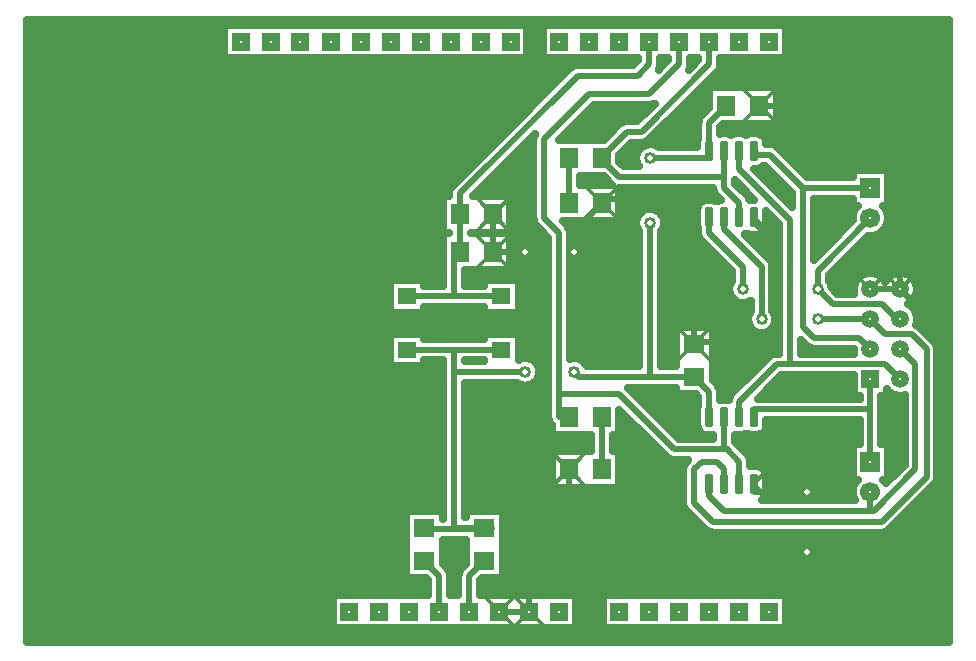
<source format=gbr>
G04 DipTrace 4.2.0.1*
G04 uart_sw_Top.gbr*
%MOIN*%
G04 #@! TF.FileFunction,Copper,L1,Top*
G04 #@! TF.Part,Single*
%AMOUTLINE0*
4,1,28,
-0.00689,0.033268,
0.00689,0.033268,
0.008622,0.03304,
0.010236,0.032371,
0.011622,0.031307,
0.012686,0.029921,
0.013355,0.028307,
0.013583,0.026575,
0.013583,-0.026575,
0.013355,-0.028307,
0.012686,-0.029921,
0.011622,-0.031307,
0.010236,-0.032371,
0.008622,-0.03304,
0.00689,-0.033268,
-0.00689,-0.033268,
-0.008622,-0.03304,
-0.010236,-0.032371,
-0.011622,-0.031307,
-0.012686,-0.029921,
-0.013355,-0.028307,
-0.013583,-0.026575,
-0.013583,0.026575,
-0.013355,0.028307,
-0.012686,0.029921,
-0.011622,0.031307,
-0.010236,0.032371,
-0.008622,0.03304,
-0.00689,0.033268,
0*%
%AMOUTLINE3*
4,1,28,
0.00689,-0.033268,
-0.00689,-0.033268,
-0.008622,-0.03304,
-0.010236,-0.032371,
-0.011622,-0.031307,
-0.012686,-0.029921,
-0.013355,-0.028307,
-0.013583,-0.026575,
-0.013583,0.026575,
-0.013355,0.028307,
-0.012686,0.029921,
-0.011622,0.031307,
-0.010236,0.032371,
-0.008622,0.03304,
-0.00689,0.033268,
0.00689,0.033268,
0.008622,0.03304,
0.010236,0.032371,
0.011622,0.031307,
0.012686,0.029921,
0.013355,0.028307,
0.013583,0.026575,
0.013583,-0.026575,
0.013355,-0.028307,
0.012686,-0.029921,
0.011622,-0.031307,
0.010236,-0.032371,
0.008622,-0.03304,
0.00689,-0.033268,
0*%
%ADD25C,0.019121*%
%ADD26C,0.01*%
G04 #@! TA.AperFunction,Conductor*
%ADD13C,0.02*%
G04 #@! TA.AperFunction,CopperBalancing*
%ADD14C,0.025*%
%ADD15C,0.013*%
G04 #@! TA.AperFunction,ComponentPad*
%ADD16R,0.059055X0.059055*%
%ADD17R,0.062992X0.070866*%
%ADD18R,0.070866X0.062992*%
G04 #@! TA.AperFunction,ComponentPad*
%ADD19C,0.059055*%
%ADD20R,0.066929X0.066929*%
%ADD21C,0.066929*%
%ADD22R,0.062992X0.055118*%
G04 #@! TA.AperFunction,ViaPad*
%ADD24C,0.04*%
%ADD44OUTLINE0*%
%ADD47OUTLINE3*%
%FSLAX26Y26*%
G04*
G70*
G90*
G75*
G01*
G04 Top*
%LPD*%
X1698720Y1582283D2*
D13*
X2013681D1*
X1698720D2*
X1856201D1*
Y1731201D1*
X1876083D1*
Y1856201D1*
Y1926083D1*
X2268701Y2318701D1*
X2468701D1*
X2506201Y2356201D1*
Y2431201D1*
X2756201Y1179331D2*
Y1081201D1*
X2765041Y1072361D1*
X2806201Y1031201D1*
Y958071D1*
X2765041Y1072361D2*
X2590041D1*
X2406201Y1256201D1*
X2206201D1*
Y1181201D1*
X2238583D1*
X2206201D2*
Y1793701D1*
X2156201Y1843701D1*
Y2106201D1*
X2306201Y2256201D1*
X2506201D1*
X2606201Y2356201D1*
Y2431201D1*
X2756201Y2066831D2*
Y1981591D1*
Y1943701D1*
X2806201Y1893701D1*
Y1845571D1*
X2756201Y1981591D2*
X2405811D1*
X2368701Y2018701D1*
Y2043701D1*
X2348819D1*
X2756201Y2066831D2*
Y1981201D1*
X2406201D1*
X2368701Y2018701D1*
Y2068701D1*
X2431201Y2131201D1*
X2481201D1*
X2706201Y2356201D1*
Y2431201D1*
X2006201Y531201D2*
X2106201D1*
X1986319Y1731201D2*
Y1856201D1*
X2106201Y531201D2*
D3*
X3243701Y1606201D2*
X3343701D1*
X2106201Y531201D2*
Y618701D1*
X2143701D1*
X2238583D1*
X3031201D1*
X3468701D1*
Y1481201D1*
X3343701Y1606201D1*
X2856201Y1845571D2*
Y1831201D1*
X2931201Y1756201D1*
Y1473627D1*
X2888774Y1431201D1*
X2656201D1*
X2648819D1*
X2656201Y1423819D1*
X2856201Y958071D2*
Y931201D1*
X3031201D1*
Y731201D2*
Y618701D1*
X2238583Y1006201D2*
Y618701D1*
X2348819Y1893701D2*
Y1906201D1*
X2518701D1*
X2656201Y1768701D1*
Y1431201D1*
X2873819Y2218701D2*
X3343701D1*
Y1606201D1*
X2143701Y618701D2*
Y1731201D1*
X2093701D1*
X1986319D1*
X2256201D2*
Y1801083D1*
X2348819Y1893701D1*
X3243701Y1506201D2*
X3293701Y1456201D1*
X3381201D1*
X3431201Y1406201D1*
Y981201D1*
X3281201Y831201D1*
X2718701D1*
X2656201Y893701D1*
Y1006201D1*
X2681201Y1031201D1*
X2731201D1*
X2756201Y1006201D1*
Y958071D1*
X3243701Y1506201D2*
X3068701D1*
X2881201D2*
Y1681201D1*
X2756201Y1806201D1*
Y1845571D1*
X3343701Y1306201D2*
X3293701Y1356201D1*
X2974950D1*
X2931201D1*
X2806201Y1231201D1*
Y1179331D1*
Y2066831D2*
Y2006201D1*
X2974950Y1837451D1*
Y1356201D1*
X2348819Y1006201D2*
Y1181201D1*
X2238583Y2043701D2*
Y1893701D1*
X1906201Y531201D2*
Y651083D1*
X1956201Y701083D1*
X1806201Y531201D2*
Y651083D1*
X1756201Y701083D1*
X3243701Y1406201D2*
X3206201Y1443701D1*
X3056201D1*
X3018701Y1481201D1*
Y1943701D1*
X2908071Y2054331D1*
X2868701D1*
X2856201Y2066831D1*
X3243699Y1943701D2*
X3018701D1*
X3343701Y1506201D2*
X3331201D1*
X3281201Y1556201D1*
X3118701D1*
X3068701Y1606201D1*
X2818701D2*
Y1681201D1*
X2706201Y1793701D1*
Y1845571D1*
X3068701Y1606201D2*
Y1668699D1*
X3243702Y1843701D1*
X2856201Y1179331D2*
Y1206201D1*
X3243701D1*
Y1306201D1*
X3243699Y1031201D2*
X3243701Y1206201D1*
X3343701Y1406201D2*
X3393701Y1356201D1*
Y1006199D1*
X3256202Y868701D1*
X3243701D1*
X2756201D1*
X2706201Y918701D1*
Y958071D1*
X3243702Y931201D2*
X3243701Y868701D1*
X1756201Y811319D2*
Y806201D1*
X1981201D1*
Y811319D1*
X1956201D1*
X2013681Y1405118D2*
X1698720D1*
X2013681D2*
X1856201D1*
Y1331201D1*
Y811319D1*
X1956201D1*
X2706201Y2066831D2*
Y2161319D1*
X2763583Y2218701D1*
X2706201Y1179331D2*
Y1263583D1*
X2656201Y1313583D1*
X1856201Y1331201D2*
X2093701D1*
X2256201D2*
X2273819Y1313583D1*
X2509112D1*
X2656201D1*
X2509112D2*
Y1828290D1*
Y2043701D2*
X2706201D1*
Y2066831D1*
D24*
X3031201Y931201D3*
Y731201D3*
X2256201Y1731201D3*
X2093701D3*
X3068701Y1506201D3*
X2881201D3*
X3068701Y1606201D3*
X2818701D3*
X2093701Y1331201D3*
X2256201D3*
X2509112Y1828290D3*
Y2043701D3*
X434710Y2480332D2*
D14*
X1086247D1*
X2102158D2*
X2148239D1*
X2964168D2*
X3502706D1*
X434710Y2455463D2*
X1086247D1*
X2102158D2*
X2148239D1*
X2964168D2*
X3502706D1*
X434710Y2430594D2*
X1086247D1*
X2102158D2*
X2148239D1*
X2964168D2*
X3502706D1*
X434710Y2405726D2*
X1086247D1*
X2102158D2*
X2148239D1*
X2964168D2*
X3502706D1*
X434710Y2380857D2*
X1086247D1*
X2102158D2*
X2148239D1*
X2964168D2*
X3502706D1*
X434710Y2355988D2*
X2452663D1*
X2544628D2*
X2552672D1*
X2644637D2*
X2652663D1*
X2744629D2*
X3502706D1*
X434710Y2331119D2*
X2227795D1*
X2734438D2*
X3502706D1*
X434710Y2306251D2*
X2202927D1*
X2709570D2*
X3502706D1*
X434710Y2281382D2*
X2178059D1*
X2684702D2*
X3502706D1*
X434710Y2256513D2*
X2153191D1*
X2659834D2*
X2703655D1*
X2933756D2*
X3502706D1*
X434710Y2231644D2*
X2128324D1*
X2634967D2*
X2703655D1*
X2933756D2*
X3502706D1*
X434710Y2206776D2*
X2103456D1*
X2310089D2*
X2503457D1*
X2610099D2*
X2698344D1*
X2933756D2*
X3502706D1*
X434710Y2181907D2*
X2078588D1*
X2285221D2*
X2478589D1*
X2585231D2*
X2674248D1*
X2933756D2*
X3502706D1*
X434710Y2157038D2*
X2053720D1*
X2260354D2*
X2403735D1*
X2560363D2*
X2667771D1*
X2755232D2*
X3502706D1*
X434710Y2132169D2*
X2028853D1*
X2235486D2*
X2378849D1*
X2535496D2*
X2667771D1*
X2744629D2*
X3502706D1*
X434710Y2107301D2*
X2003985D1*
X2210618D2*
X2353981D1*
X2510610D2*
X2667286D1*
X2895109D2*
X3502706D1*
X434710Y2082432D2*
X1979117D1*
X2085741D2*
X2117774D1*
X2435756D2*
X2481926D1*
X2536303D2*
X2664182D1*
X2932967D2*
X3502706D1*
X434710Y2057563D2*
X1954249D1*
X2060873D2*
X2117774D1*
X2410888D2*
X2462818D1*
X2958158D2*
X3502706D1*
X434710Y2032694D2*
X1929382D1*
X2036006D2*
X2117774D1*
X2408753D2*
X2462011D1*
X2983025D2*
X3502706D1*
X434710Y2007825D2*
X1904514D1*
X2011138D2*
X2117774D1*
X2869165D2*
X2901251D1*
X3007893D2*
X3502706D1*
X434710Y1982957D2*
X1879646D1*
X1986270D2*
X2117774D1*
X2882765D2*
X2926119D1*
X3032761D2*
X3181794D1*
X3305588D2*
X3502706D1*
X434710Y1958088D2*
X1854778D1*
X1961402D2*
X2117774D1*
X2277022D2*
X2375996D1*
X2907633D2*
X2951004D1*
X3305588D2*
X3502706D1*
X434710Y1933219D2*
X1838361D1*
X1936535D2*
X2117774D1*
X2408753D2*
X2719336D1*
X2932500D2*
X2975872D1*
X3305588D2*
X3502706D1*
X434710Y1908350D2*
X1816149D1*
X2046251D2*
X2117774D1*
X2408753D2*
X2738229D1*
X2841516D2*
X2850726D1*
X2957368D2*
X2980268D1*
X3305588D2*
X3502706D1*
X434710Y1883482D2*
X1816149D1*
X2046251D2*
X2117774D1*
X2408753D2*
X2666210D1*
X3057126D2*
X3197098D1*
X3290319D2*
X3502706D1*
X434710Y1858613D2*
X1816149D1*
X2046251D2*
X2117774D1*
X2408753D2*
X2472112D1*
X2546117D2*
X2664182D1*
X3057126D2*
X3183713D1*
X3303704D2*
X3502706D1*
X434710Y1833744D2*
X1816149D1*
X2046251D2*
X2119173D1*
X2408753D2*
X2461006D1*
X2557223D2*
X2664182D1*
X2898213D2*
X2925347D1*
X3057126D2*
X3180430D1*
X3304763D2*
X3502706D1*
X434710Y1808875D2*
X1816149D1*
X2046251D2*
X2137707D1*
X2241281D2*
X2464989D1*
X2553240D2*
X2665797D1*
X2896616D2*
X2936525D1*
X3057126D2*
X3155562D1*
X3294321D2*
X3502706D1*
X434710Y1784007D2*
X1816149D1*
X2046251D2*
X2162575D1*
X2244636D2*
X2470677D1*
X2547553D2*
X2669098D1*
X2831720D2*
X2936525D1*
X3057126D2*
X3130695D1*
X3237319D2*
X3502706D1*
X434710Y1759138D2*
X1816149D1*
X2046251D2*
X2167760D1*
X2244636D2*
X2470677D1*
X2547553D2*
X2687453D1*
X2856587D2*
X2936525D1*
X3057126D2*
X3105827D1*
X3212451D2*
X3502706D1*
X434710Y1734269D2*
X1816149D1*
X2046251D2*
X2167760D1*
X2244636D2*
X2470677D1*
X2547553D2*
X2712321D1*
X2881455D2*
X2936525D1*
X3057126D2*
X3080959D1*
X3187583D2*
X3502706D1*
X434710Y1709400D2*
X1816149D1*
X2046251D2*
X2167760D1*
X2244636D2*
X2470677D1*
X2547553D2*
X2737189D1*
X2906323D2*
X2936525D1*
X3162715D2*
X3502706D1*
X434710Y1684531D2*
X1816149D1*
X2046251D2*
X2167760D1*
X2244636D2*
X2470677D1*
X2547553D2*
X2762056D1*
X2919474D2*
X2936525D1*
X3137848D2*
X3502706D1*
X434710Y1659663D2*
X1817764D1*
X1894640D2*
X2167760D1*
X2244636D2*
X2470677D1*
X2547553D2*
X2780268D1*
X2919636D2*
X2936525D1*
X3112980D2*
X3226451D1*
X3260948D2*
X3326443D1*
X3360958D2*
X3502706D1*
X434710Y1634794D2*
X1638792D1*
X1758657D2*
X1817764D1*
X1894640D2*
X1953747D1*
X2073612D2*
X2167760D1*
X2244636D2*
X2470677D1*
X2547553D2*
X2780250D1*
X2919636D2*
X2936525D1*
X3107149D2*
X3193671D1*
X3393720D2*
X3502706D1*
X434710Y1609925D2*
X1638792D1*
X2073612D2*
X2167760D1*
X2244636D2*
X2470677D1*
X2547553D2*
X2770417D1*
X2919636D2*
X2936525D1*
X3118291D2*
X3185866D1*
X3401543D2*
X3502706D1*
X434710Y1585056D2*
X1638792D1*
X2073612D2*
X2167760D1*
X2244636D2*
X2470677D1*
X2547553D2*
X2775423D1*
X2919636D2*
X2936525D1*
X3397470D2*
X3502706D1*
X434710Y1560188D2*
X1638792D1*
X2073612D2*
X2167760D1*
X2244636D2*
X2470677D1*
X2547553D2*
X2842760D1*
X2919636D2*
X2936525D1*
X3377159D2*
X3502706D1*
X434710Y1535319D2*
X1638792D1*
X1758657D2*
X1953747D1*
X2073612D2*
X2167760D1*
X2244636D2*
X2470677D1*
X2547553D2*
X2842760D1*
X2919636D2*
X2936525D1*
X3393397D2*
X3502706D1*
X434710Y1510450D2*
X2167760D1*
X2244636D2*
X2470677D1*
X2547553D2*
X2832963D1*
X3401507D2*
X3502706D1*
X434710Y1485581D2*
X2167760D1*
X2244636D2*
X2470677D1*
X2547553D2*
X2837664D1*
X2924749D2*
X2936525D1*
X3404395D2*
X3502706D1*
X434710Y1460713D2*
X2167760D1*
X2244636D2*
X2470677D1*
X2547553D2*
X2592342D1*
X2720066D2*
X2872328D1*
X2890085D2*
X2936525D1*
X3429999D2*
X3502706D1*
X434710Y1435844D2*
X1638792D1*
X2073612D2*
X2167760D1*
X2244636D2*
X2470677D1*
X2547553D2*
X2592342D1*
X2720066D2*
X2936525D1*
X3454866D2*
X3502706D1*
X434710Y1410975D2*
X1638792D1*
X2073612D2*
X2167760D1*
X2244636D2*
X2470677D1*
X2547553D2*
X2592342D1*
X2720066D2*
X2936525D1*
X3013383D2*
X3038867D1*
X3469310D2*
X3502706D1*
X434710Y1386106D2*
X1638792D1*
X2073612D2*
X2167760D1*
X2244636D2*
X2470677D1*
X2547553D2*
X2592342D1*
X2720066D2*
X2908787D1*
X3469633D2*
X3502706D1*
X434710Y1361238D2*
X1638792D1*
X1758657D2*
X1817764D1*
X2130955D2*
X2167760D1*
X2293457D2*
X2470677D1*
X2547553D2*
X2592342D1*
X2720066D2*
X2882914D1*
X3469633D2*
X3502706D1*
X434710Y1336369D2*
X1817764D1*
X2141846D2*
X2167760D1*
X2720066D2*
X2858046D1*
X3469633D2*
X3502706D1*
X434710Y1311500D2*
X1817764D1*
X2137701D2*
X2167760D1*
X2720066D2*
X2833179D1*
X2939821D2*
X3185741D1*
X3469633D2*
X3502706D1*
X434710Y1286631D2*
X1817764D1*
X1894640D2*
X2080095D1*
X2107308D2*
X2167760D1*
X2736268D2*
X2808311D1*
X2914953D2*
X3185741D1*
X3469633D2*
X3502706D1*
X434710Y1261762D2*
X1817764D1*
X1894640D2*
X2167760D1*
X2453949D2*
X2592342D1*
X2744629D2*
X2783443D1*
X2890085D2*
X3185741D1*
X3469633D2*
X3502706D1*
X434710Y1236894D2*
X1817764D1*
X1894640D2*
X2167760D1*
X2478817D2*
X2667771D1*
X3282138D2*
X3355276D1*
X3469633D2*
X3502706D1*
X434710Y1212025D2*
X1817764D1*
X1894640D2*
X2167760D1*
X2503702D2*
X2664756D1*
X3282138D2*
X3355276D1*
X3469633D2*
X3502706D1*
X434710Y1187156D2*
X1817764D1*
X1894640D2*
X2167760D1*
X2408753D2*
X2421928D1*
X2528570D2*
X2664182D1*
X3282138D2*
X3355276D1*
X3469633D2*
X3502706D1*
X434710Y1162287D2*
X1817764D1*
X1894640D2*
X2173143D1*
X2408753D2*
X2446796D1*
X2553438D2*
X2664182D1*
X2898213D2*
X3205262D1*
X3282138D2*
X3355276D1*
X3469633D2*
X3502706D1*
X434710Y1137419D2*
X1817764D1*
X1894640D2*
X2178651D1*
X2408753D2*
X2471663D1*
X2578305D2*
X2668022D1*
X2894391D2*
X3205262D1*
X3282138D2*
X3355276D1*
X3469633D2*
X3502706D1*
X434710Y1112550D2*
X1817764D1*
X1894640D2*
X2310382D1*
X2387258D2*
X2496531D1*
X2603173D2*
X2717775D1*
X2794633D2*
X3205262D1*
X3282138D2*
X3355276D1*
X3469633D2*
X3502706D1*
X434710Y1087681D2*
X1817764D1*
X1894640D2*
X2310382D1*
X2387258D2*
X2521399D1*
X2803030D2*
X3181794D1*
X3305606D2*
X3355276D1*
X3469633D2*
X3502706D1*
X434710Y1062812D2*
X1817764D1*
X1894640D2*
X2178651D1*
X2408753D2*
X2546267D1*
X2827898D2*
X3181794D1*
X3305606D2*
X3355276D1*
X3469633D2*
X3502706D1*
X434710Y1037944D2*
X1817764D1*
X1894640D2*
X2178651D1*
X2408753D2*
X2577217D1*
X2843992D2*
X3181794D1*
X3305606D2*
X3355276D1*
X3469633D2*
X3502706D1*
X434710Y1013075D2*
X1817764D1*
X1894640D2*
X2178651D1*
X2408753D2*
X2618430D1*
X2881599D2*
X3181794D1*
X3305606D2*
X3347256D1*
X3469633D2*
X3502706D1*
X434710Y988206D2*
X1817764D1*
X1894640D2*
X2178651D1*
X2408753D2*
X2617766D1*
X2898016D2*
X3181794D1*
X3305606D2*
X3322388D1*
X3469633D2*
X3502706D1*
X434710Y963337D2*
X1817764D1*
X1894640D2*
X2178651D1*
X2408753D2*
X2617766D1*
X2898213D2*
X3191249D1*
X3464878D2*
X3502706D1*
X434710Y938469D2*
X1817764D1*
X1894640D2*
X2617766D1*
X2898213D2*
X3182242D1*
X3441787D2*
X3502706D1*
X434710Y913600D2*
X1817764D1*
X1894640D2*
X2617766D1*
X2892866D2*
X3184467D1*
X3416919D2*
X3502706D1*
X434710Y888731D2*
X1817764D1*
X1894640D2*
X2618107D1*
X3392051D2*
X3502706D1*
X434710Y863862D2*
X1692331D1*
X2020073D2*
X2632730D1*
X3367183D2*
X3502706D1*
X434710Y838993D2*
X1692331D1*
X2020073D2*
X2657597D1*
X3342316D2*
X3502706D1*
X434710Y814125D2*
X1692331D1*
X2020073D2*
X2682465D1*
X3317448D2*
X3502706D1*
X434710Y789256D2*
X1692331D1*
X2020073D2*
X3502706D1*
X434710Y764387D2*
X1692331D1*
X1820073D2*
X1892331D1*
X2020073D2*
X3502706D1*
X434710Y739518D2*
X1692331D1*
X1820073D2*
X1892331D1*
X2020073D2*
X3502706D1*
X434710Y714650D2*
X1692331D1*
X1820073D2*
X1892331D1*
X2020073D2*
X3502706D1*
X434710Y689781D2*
X1692331D1*
X1820826D2*
X1891578D1*
X2020073D2*
X3502706D1*
X434710Y664912D2*
X1692331D1*
X1841872D2*
X1870532D1*
X2020073D2*
X3502706D1*
X434710Y640043D2*
X1763920D1*
X1844635D2*
X1867769D1*
X1948484D2*
X3502706D1*
X434710Y615175D2*
X1767759D1*
X1844635D2*
X1867769D1*
X1944627D2*
X3502706D1*
X434710Y590306D2*
X1767759D1*
X1844635D2*
X1867769D1*
X1944627D2*
X3502706D1*
X434710Y565437D2*
X1448247D1*
X2264157D2*
X2348240D1*
X2964168D2*
X3502706D1*
X434710Y540568D2*
X1448247D1*
X2264157D2*
X2348240D1*
X2964168D2*
X3502706D1*
X434710Y515699D2*
X1448247D1*
X2264157D2*
X2348240D1*
X2964168D2*
X3502706D1*
X434710Y490831D2*
X1448247D1*
X2264157D2*
X2348240D1*
X2964168D2*
X3502706D1*
X434710Y465962D2*
X3502706D1*
X434710Y441093D2*
X3502706D1*
X1820267Y1331140D2*
X1820269Y842134D1*
X1817567Y842131D1*
Y868748D1*
X1694835D1*
Y643653D1*
X1762813D1*
X1770267Y636194D1*
X1770270Y586662D1*
X1450740D1*
Y475740D1*
X2049413D1*
X2261662D1*
Y586662D1*
X1942134Y586657D1*
X1942139Y636203D1*
X1949594Y643653D1*
X2017567D1*
Y868748D1*
X1894835D1*
X1894840Y847252D1*
X1892134Y847247D1*
X1892128Y1295267D1*
X2065188Y1295270D1*
X2065683Y1294802D1*
X2073583Y1289907D1*
X2082307Y1286703D1*
X2091498Y1285320D1*
X2100778Y1285816D1*
X2109769Y1288170D1*
X2118103Y1292285D1*
X2125437Y1297994D1*
X2131472Y1305062D1*
X2135960Y1313200D1*
X2138719Y1322076D1*
X2139634Y1331324D1*
X2138669Y1340568D1*
X2135863Y1349428D1*
X2131330Y1357542D1*
X2125258Y1364578D1*
X2117893Y1370247D1*
X2109538Y1374318D1*
X2100534Y1376623D1*
X2091251Y1377069D1*
X2082068Y1375637D1*
X2073361Y1372385D1*
X2071111Y1371187D1*
Y1458610D1*
X1956252D1*
X1956248Y1441052D1*
X1756150Y1441054D1*
Y1458610D1*
X1641291D1*
Y1351625D1*
X1756150D1*
X1756144Y1369185D1*
X1820267Y1369193D1*
Y1331264D1*
X2859926Y586662D2*
X2961662D1*
Y475740D1*
X2350740D1*
Y586662D1*
X2859926D1*
X1997926Y2486661D2*
X2099662D1*
Y2375740D1*
X1088740D1*
Y2486662D1*
X1997926Y2486661D1*
X2670274Y2375740D2*
X2642132D1*
X2642134Y2356201D1*
X2640966Y2347114D1*
X2637538Y2338617D1*
X2637427Y2338244D1*
X2670267Y2371085D1*
Y2375740D1*
X2570274D2*
X2542132D1*
X2542134Y2356201D1*
X2540966Y2347114D1*
X2537538Y2338617D1*
X2539008Y2339825D1*
X2570262Y2371080D1*
X2570267Y2375740D1*
X2296012Y1982337D2*
X2274509Y1982334D1*
X2274516Y1955067D1*
X2300576D1*
X2381540D1*
X2380402Y1956182D1*
X2354254Y1982330D1*
X2296021Y1982334D1*
X2506174Y2220267D2*
X2321090Y2220273D1*
X2205887Y2105067D1*
X2354250D1*
X2405779Y2156597D1*
X2411355Y2161157D1*
X2419576Y2165202D1*
X2428551Y2167036D1*
X2431201Y2167134D1*
X2466313D1*
X2524366Y2225198D1*
X2522750Y2224305D1*
X2521098Y2223501D1*
X2519408Y2222782D1*
X2517682Y2222151D1*
X2515927Y2221609D1*
X2514138Y2221156D1*
X2506174Y2220267D1*
X3299162Y1273144D2*
Y1250740D1*
X3279632D1*
X3279633Y1090596D1*
X3303098Y1090599D1*
Y971803D1*
X3287049D1*
X3292333Y965305D1*
X3295923Y959247D1*
X3357766Y1021082D1*
X3357767Y1252560D1*
X3357300Y1252433D1*
X3348265Y1250928D1*
X3339105Y1250931D1*
X3330070Y1252441D1*
X3321408Y1255418D1*
X3313353Y1259780D1*
X3306126Y1265408D1*
X3299924Y1272149D1*
X3299166Y1273310D1*
X2975009Y1320267D2*
X3188240Y1320274D1*
Y1250740D1*
X3207767Y1250737D1*
X3207771Y1242134D1*
X2867951D1*
X2946083Y1320267D1*
X2974900D1*
X3190246Y1392136D2*
X3188994Y1397088D1*
X3188240Y1406217D1*
X3188368Y1407759D1*
X3141708Y1407767D1*
X3056201D1*
X3047114Y1408935D1*
X3038618Y1412363D1*
X3031260Y1417834D1*
X3010885Y1438200D1*
X3010884Y1392141D1*
X3084854Y1392134D1*
X3190058D1*
X3200352Y1884303D2*
X3184301D1*
Y1907762D1*
X3054625Y1907767D1*
X3054634Y1870146D1*
Y1705447D1*
X3184855Y1835671D1*
X3184472Y1839238D1*
X3184485Y1848331D1*
X3185886Y1857316D1*
X3188642Y1865983D1*
X3192689Y1874126D1*
X3197931Y1881557D1*
X3200577Y1884298D1*
X1956252Y1367134D2*
Y1369183D1*
X1892139Y1369185D1*
X1892134Y1367126D1*
X1938826Y1367134D1*
X1956257D1*
X2836594Y1122712D2*
X2845460Y1120359D1*
X2849331Y1120130D1*
X2863057D1*
X2868385Y1120562D1*
X2877121Y1123301D1*
X2884753Y1128359D1*
X2890679Y1135339D1*
X2894432Y1143690D1*
X2895717Y1152756D1*
X2895719Y1170267D1*
X3207767Y1170273D1*
X3207761Y1090599D1*
X3184302D1*
Y971803D1*
X3200576Y971798D1*
X3197930Y969057D1*
X3192688Y961626D1*
X3188641Y953482D1*
X3185885Y944816D1*
X3184485Y935831D1*
X3184472Y926737D1*
X3185847Y917748D1*
X3188579Y909075D1*
X3190767Y904639D1*
X3013260Y904634D1*
X2884651D1*
X2881715Y904708D1*
X2884144Y906571D1*
X2886387Y908654D1*
X2888425Y910938D1*
X2890240Y913402D1*
X2891816Y916026D1*
X2893140Y918787D1*
X2894199Y921659D1*
X2894984Y924617D1*
X2895488Y927636D1*
X2895707Y930693D1*
X2895717Y938823D1*
Y984646D1*
X2895581Y987622D1*
X2895159Y990653D1*
X2894455Y993632D1*
X2893475Y996532D1*
X2892227Y999327D1*
X2890723Y1001993D1*
X2888976Y1004506D1*
X2887000Y1006845D1*
X2884815Y1008988D1*
X2882438Y1010917D1*
X2879891Y1012614D1*
X2877196Y1014066D1*
X2874376Y1015258D1*
X2871458Y1016181D1*
X2868466Y1016826D1*
X2865423Y1017188D1*
X2863069Y1017272D1*
X2849348D1*
X2847057Y1017194D1*
X2844014Y1016839D1*
X2842134Y1016471D1*
Y1031201D1*
X2841579Y1037494D1*
X2838837Y1046236D1*
X2833968Y1054006D1*
X2831593Y1056625D1*
X2792134Y1096092D1*
Y1120924D1*
X2799331Y1120130D1*
X2813057D1*
X2818385Y1120562D1*
X2827129Y1123306D1*
X2836594Y1122712D1*
X2725808Y1902190D2*
X2716941Y1904543D1*
X2713070Y1904772D1*
X2699345D1*
X2694017Y1904340D1*
X2685280Y1901601D1*
X2677648Y1896542D1*
X2671723Y1889563D1*
X2667969Y1881211D1*
X2666685Y1872146D1*
Y1818996D1*
X2667427Y1812080D1*
X2670267Y1804131D1*
Y1793701D1*
X2670365Y1791051D1*
X2672200Y1782075D1*
X2676251Y1773849D1*
X2680808Y1768276D1*
X2782767Y1666325D1*
X2782771Y1634586D1*
X2778479Y1628384D1*
X2774837Y1619834D1*
X2772991Y1610725D1*
X2773016Y1601431D1*
X2774911Y1592332D1*
X2778599Y1583801D1*
X2783929Y1576187D1*
X2790683Y1569802D1*
X2798583Y1564907D1*
X2807307Y1561703D1*
X2816498Y1560320D1*
X2825778Y1560816D1*
X2834769Y1563170D1*
X2843103Y1567285D1*
X2845267Y1568732D1*
X2845271Y1534586D1*
X2840979Y1528384D1*
X2837337Y1519834D1*
X2835491Y1510725D1*
X2835516Y1501431D1*
X2837411Y1492332D1*
X2841099Y1483801D1*
X2846429Y1476187D1*
X2853183Y1469802D1*
X2861083Y1464907D1*
X2869807Y1461703D1*
X2878998Y1460320D1*
X2888278Y1460816D1*
X2897269Y1463170D1*
X2905603Y1467285D1*
X2912937Y1472994D1*
X2918972Y1480062D1*
X2923460Y1488200D1*
X2926219Y1497076D1*
X2927134Y1506324D1*
X2926169Y1515568D1*
X2923363Y1524428D1*
X2918830Y1532542D1*
X2917134Y1534808D1*
X2917128Y1681864D1*
X2915793Y1690927D1*
X2912209Y1699358D1*
X2906610Y1706610D1*
X2826834Y1786385D1*
X2826953Y1789463D1*
X2831217Y1791847D1*
X2833841Y1790270D1*
X2836601Y1788947D1*
X2839473Y1787888D1*
X2842432Y1787103D1*
X2845451Y1786599D1*
X2848507Y1786380D1*
X2856584Y1786370D1*
X2863091D1*
X2864539Y1786402D1*
X2867587Y1786681D1*
X2870596Y1787245D1*
X2873538Y1788088D1*
X2876389Y1789203D1*
X2879122Y1790580D1*
X2881715Y1792208D1*
X2884143Y1794071D1*
X2886387Y1796154D1*
X2888425Y1798438D1*
X2890240Y1800902D1*
X2891816Y1803526D1*
X2893139Y1806286D1*
X2894198Y1809158D1*
X2894983Y1812117D1*
X2895488Y1815136D1*
X2895707Y1818192D1*
X2895717Y1826323D1*
X2895722Y1865862D1*
X2939017Y1822575D1*
X2939022Y1392134D1*
X2930538Y1392128D1*
X2921474Y1390793D1*
X2913043Y1387209D1*
X2905792Y1381610D1*
X2780328Y1256136D1*
X2774863Y1248783D1*
X2771435Y1240287D1*
X2770558Y1237665D1*
X2763070Y1238532D1*
X2749311D1*
X2744209Y1238130D1*
X2742134Y1237727D1*
X2742128Y1264246D1*
X2740793Y1273309D1*
X2737209Y1281740D1*
X2731610Y1288991D1*
X2717567Y1303038D1*
Y1481248D1*
X2594835D1*
X2594837Y1349516D1*
X2545045Y1349509D1*
X2545050Y1800005D1*
X2546882Y1802151D1*
X2551371Y1810290D1*
X2554129Y1819165D1*
X2555045Y1828414D1*
X2554080Y1837657D1*
X2551273Y1846518D1*
X2546741Y1854632D1*
X2540668Y1861667D1*
X2533304Y1867336D1*
X2524948Y1871407D1*
X2515945Y1873712D1*
X2506662Y1874158D1*
X2497479Y1872726D1*
X2488772Y1869475D1*
X2480898Y1864537D1*
X2474179Y1858116D1*
X2468890Y1850473D1*
X2465248Y1841923D1*
X2463402Y1832814D1*
X2463427Y1823520D1*
X2465322Y1814421D1*
X2469010Y1805891D1*
X2473178Y1799684D1*
X2473171Y1349516D1*
X2298314D1*
X2293830Y1357542D1*
X2287758Y1364578D1*
X2280393Y1370247D1*
X2272038Y1374318D1*
X2263034Y1376623D1*
X2253751Y1377069D1*
X2244568Y1375637D1*
X2242134Y1374923D1*
X2242128Y1794364D1*
X2240793Y1803427D1*
X2237209Y1811859D1*
X2231610Y1819110D1*
X2218386Y1832334D1*
X2406248D1*
X2406249Y1945267D1*
X2720267Y1945272D1*
X2720273Y1943038D1*
X2721609Y1933974D1*
X2725193Y1925543D1*
X2730792Y1918292D1*
X2742063Y1907021D1*
X2744017Y1904340D1*
X2735273Y1901596D1*
X2725808Y1902190D1*
X2841020Y1903701D2*
X2844017Y1904340D1*
X2847060Y1904694D1*
X2849348Y1904772D1*
X2856814D1*
X2792133Y1969451D1*
X2792134Y1958581D1*
X2831596Y1919124D1*
X2833975Y1916501D1*
X2838840Y1908728D1*
X2841020Y1903701D1*
X2863057Y2007630D2*
X2855589D1*
X2982763Y1880456D1*
X2982767Y1928821D1*
X2893193Y2018392D1*
X2887311Y2018397D1*
X2884753Y2015859D1*
X2877121Y2010801D1*
X2868376Y2008062D1*
X2863057Y2007630D1*
X2691844Y1120997D2*
X2683305Y1124325D1*
X2676036Y1129892D1*
X2670599Y1137260D1*
X2667424Y1145848D1*
X2666685Y1152756D1*
Y1205883D1*
X2666914Y1209765D1*
X2669266Y1218623D1*
X2670267Y1224501D1*
Y1248696D1*
X2662817Y1256153D1*
X2594835D1*
Y1277657D1*
X2509085Y1277649D1*
X2435566Y1277653D1*
X2604918Y1108294D1*
X2720267Y1108298D1*
Y1120929D1*
X2718193Y1120531D1*
X2713091Y1120130D1*
X2706201D1*
X2870558Y2125164D2*
X2879097Y2121836D1*
X2886366Y2116269D1*
X2891802Y2108901D1*
X2894977Y2100313D1*
X2895717Y2093406D1*
Y2090265D1*
X2908071Y2090264D1*
X2917157Y2089096D1*
X2925653Y2085669D1*
X2933012Y2080197D1*
X3033579Y1979640D1*
X3184307Y1979634D1*
X3184301Y2003099D1*
X3303097D1*
Y1884303D1*
X3287048D1*
X3292334Y1877805D1*
X3296970Y1869982D1*
X3300357Y1861543D1*
X3302417Y1852685D1*
X3303100Y1843701D1*
X3302391Y1834551D1*
X3300307Y1825700D1*
X3296896Y1817270D1*
X3292238Y1809460D1*
X3286442Y1802452D1*
X3279644Y1796412D1*
X3272004Y1791479D1*
X3263701Y1787771D1*
X3254929Y1785374D1*
X3245894Y1784343D1*
X3236807Y1784705D1*
X3235735Y1784914D1*
X3104635Y1653816D1*
X3104634Y1634808D1*
X3106330Y1632542D1*
X3110863Y1624428D1*
X3113669Y1615568D1*
X3114079Y1611641D1*
X3133580Y1592139D1*
X3190073Y1592136D1*
X3189581Y1594078D1*
X3188995Y1597078D1*
X3188576Y1600105D1*
X3188324Y1603151D1*
X3188240Y1606206D1*
X3188324Y1609261D1*
X3188577Y1612307D1*
X3188997Y1615335D1*
X3189583Y1618334D1*
X3190334Y1621297D1*
X3191247Y1624214D1*
X3192319Y1627076D1*
X3193547Y1629875D1*
X3194927Y1632602D1*
X3196455Y1635249D1*
X3198127Y1637807D1*
X3199938Y1640270D1*
X3201881Y1642629D1*
X3203951Y1644877D1*
X3206142Y1647008D1*
X3208447Y1649015D1*
X3210859Y1650892D1*
X3213371Y1652634D1*
X3215975Y1654234D1*
X3218663Y1655688D1*
X3221427Y1656993D1*
X3224259Y1658142D1*
X3227150Y1659135D1*
X3230091Y1659966D1*
X3233074Y1660634D1*
X3236088Y1661137D1*
X3239126Y1661473D1*
X3242178Y1661641D1*
X3245234Y1661640D1*
X3248286Y1661472D1*
X3251324Y1661135D1*
X3254338Y1660632D1*
X3257321Y1659963D1*
X3260262Y1659131D1*
X3263152Y1658139D1*
X3265984Y1656988D1*
X3268748Y1655684D1*
X3271436Y1654229D1*
X3274040Y1652628D1*
X3276551Y1650886D1*
X3278963Y1649009D1*
X3281267Y1647001D1*
X3283458Y1644870D1*
X3285528Y1642621D1*
X3287471Y1640261D1*
X3289280Y1637798D1*
X3290952Y1635240D1*
X3292480Y1632593D1*
X3293696Y1630188D1*
X3294927Y1632602D1*
X3296455Y1635249D1*
X3298127Y1637807D1*
X3299938Y1640270D1*
X3301881Y1642629D1*
X3303951Y1644877D1*
X3306142Y1647008D1*
X3308447Y1649015D1*
X3310859Y1650892D1*
X3313371Y1652634D1*
X3315975Y1654234D1*
X3318663Y1655688D1*
X3321427Y1656993D1*
X3324259Y1658142D1*
X3327150Y1659135D1*
X3330091Y1659966D1*
X3333074Y1660634D1*
X3336088Y1661137D1*
X3339126Y1661473D1*
X3342178Y1661641D1*
X3345234Y1661640D1*
X3348286Y1661472D1*
X3351324Y1661135D1*
X3354338Y1660632D1*
X3357321Y1659963D1*
X3360262Y1659131D1*
X3363152Y1658139D1*
X3365984Y1656988D1*
X3368748Y1655684D1*
X3371436Y1654229D1*
X3374040Y1652628D1*
X3376551Y1650886D1*
X3378963Y1649009D1*
X3381267Y1647001D1*
X3383458Y1644870D1*
X3385528Y1642621D1*
X3387471Y1640261D1*
X3389280Y1637798D1*
X3390952Y1635240D1*
X3392480Y1632593D1*
X3393860Y1629865D1*
X3395087Y1627066D1*
X3396158Y1624204D1*
X3397070Y1621287D1*
X3397820Y1618324D1*
X3398406Y1615324D1*
X3398826Y1612297D1*
X3399078Y1609251D1*
X3399162Y1606201D1*
X3399077Y1603140D1*
X3398824Y1600094D1*
X3398404Y1597067D1*
X3397818Y1594067D1*
X3397068Y1591105D1*
X3396155Y1588188D1*
X3395083Y1585325D1*
X3393855Y1582527D1*
X3392475Y1579800D1*
X3390946Y1577153D1*
X3389274Y1574594D1*
X3387464Y1572132D1*
X3385521Y1569773D1*
X3383450Y1567524D1*
X3381259Y1565393D1*
X3378954Y1563386D1*
X3376542Y1561509D1*
X3374031Y1559768D1*
X3371427Y1558168D1*
X3368738Y1556713D1*
X3367559Y1556136D1*
X3374048Y1552622D1*
X3381275Y1546994D1*
X3387477Y1540253D1*
X3392485Y1532583D1*
X3396162Y1524194D1*
X3398408Y1515314D1*
X3399162Y1506201D1*
X3398403Y1497056D1*
X3396312Y1488810D1*
X3403245Y1484578D1*
X3406610Y1481610D1*
X3456596Y1431624D1*
X3458975Y1429001D1*
X3463837Y1421236D1*
X3466579Y1412495D1*
X3467134Y1406201D1*
Y981222D1*
X3466416Y974051D1*
X3463463Y965379D1*
X3458414Y957735D1*
X3456610Y955792D1*
X3306625Y805808D1*
X3301046Y801245D1*
X3292826Y797200D1*
X3283850Y795365D1*
X3281201Y795267D1*
X2718721D1*
X2711552Y795986D1*
X2702879Y798938D1*
X2695235Y803988D1*
X2693292Y805792D1*
X2630805Y868279D1*
X2626245Y873855D1*
X2622200Y882075D1*
X2620365Y891051D1*
X2620267Y893701D1*
Y1006178D1*
X2620440Y1009718D1*
X2622491Y1018647D1*
X2626734Y1026766D1*
X2630792Y1031610D1*
X2635603Y1036428D1*
X2590063D1*
X2582891Y1037146D1*
X2574219Y1040098D1*
X2566574Y1045148D1*
X2564632Y1046952D1*
X2406249Y1205328D1*
Y1119834D1*
X2384745D1*
X2384752Y1067570D1*
X2406248Y1067567D1*
Y944834D1*
X2181153D1*
Y1067567D1*
X2312893D1*
X2312887Y1119834D1*
X2181154D1*
Y1155440D1*
X2176245Y1161355D1*
X2172200Y1169576D1*
X2170365Y1178551D1*
X2170267Y1181201D1*
Y1778825D1*
X2130806Y1818278D1*
X2128427Y1820901D1*
X2123564Y1828665D1*
X2120823Y1837407D1*
X2120267Y1843701D1*
Y2106184D1*
X2120986Y2113350D1*
X2123938Y2122023D1*
X2124790Y2123652D1*
X2125173Y2124355D1*
X1918385Y1917567D1*
X2043748D1*
Y1794834D1*
X1912009D1*
X1912016Y1792568D1*
X2043748Y1792567D1*
Y1669834D1*
X1892129D1*
X1892134Y1618215D1*
X1956258Y1618217D1*
X1956252Y1635776D1*
X2071111D1*
Y1528791D1*
X1956252D1*
Y1546347D1*
X1756154Y1546350D1*
X1756150Y1528791D1*
X1641291D1*
Y1635776D1*
X1756150D1*
Y1618219D1*
X1820262Y1618217D1*
X1820267Y1669827D1*
X1818653Y1669834D1*
Y1792567D1*
X1840157D1*
X1840151Y1794834D1*
X1818653D1*
Y1917567D1*
X1840157D1*
X1840149Y1926065D1*
X1840548Y1931423D1*
X1843054Y1940235D1*
X1847706Y1948127D1*
X1850674Y1951491D1*
X2243278Y2344096D1*
X2248855Y2348657D1*
X2257075Y2352702D1*
X2266051Y2354536D1*
X2268701Y2354634D1*
X2453813D1*
X2470266Y2371084D1*
X2470274Y2375740D1*
X2150740D1*
Y2486662D1*
X2961662D1*
Y2375740D1*
X2742132D1*
X2742134Y2356201D1*
X2740966Y2347114D1*
X2737539Y2338618D1*
X2732067Y2331260D1*
X2601941Y2201123D1*
X2506610Y2105792D1*
X2499359Y2100193D1*
X2490927Y2096609D1*
X2481855Y2095274D1*
X2446089Y2095267D1*
X2406253Y2055436D1*
X2406248Y2031962D1*
X2420689Y2017530D1*
X2471361Y2017524D1*
X2469010Y2021301D1*
X2465322Y2029832D1*
X2463427Y2038931D1*
X2463402Y2048225D1*
X2465248Y2057334D1*
X2468890Y2065884D1*
X2474179Y2073527D1*
X2480898Y2079948D1*
X2488772Y2084885D1*
X2497479Y2088137D1*
X2506662Y2089569D1*
X2515945Y2089123D1*
X2524948Y2086818D1*
X2533304Y2082747D1*
X2537353Y2079630D1*
X2666693Y2079634D1*
X2666685Y2093383D1*
X2666914Y2097265D1*
X2669267Y2106123D1*
X2670267Y2113025D1*
Y2161298D1*
X2670666Y2166659D1*
X2673172Y2175471D1*
X2677824Y2183363D1*
X2680792Y2186728D1*
X2706154Y2212084D1*
Y2280067D1*
X2931249D1*
Y2157334D1*
X2753039D1*
X2742128Y2146429D1*
X2742134Y2125235D1*
X2744209Y2125630D1*
X2749311Y2126032D1*
X2763091D1*
X2772156Y2124747D1*
X2780514Y2120988D1*
X2785456Y2122944D1*
X2794209Y2125630D1*
X2799311Y2126032D1*
X2813070D1*
X2820567Y2125164D1*
X2829104Y2121830D1*
X2835456Y2122944D1*
X2844209Y2125630D1*
X2849311Y2126032D1*
X2863070D1*
X2870558Y2125164D1*
X1870985Y658223D2*
X1873938Y666905D1*
X1878988Y674549D1*
X1880792Y676491D1*
X1894835Y690527D1*
Y770261D1*
X1817567Y770273D1*
Y690538D1*
X1831610Y676491D1*
X1837209Y669240D1*
X1840793Y660809D1*
X1842127Y651737D1*
X1842128Y586662D1*
X1870270D1*
X1870267Y651060D1*
X1870985Y658223D1*
X3505207Y2505201D2*
X432193D1*
X432201Y2407449D1*
Y432195D1*
X695271Y432201D1*
X3505209D1*
X3505201Y529952D1*
Y2505206D1*
X1950765Y586636D2*
D15*
X2061636Y475765D1*
Y586636D2*
X2006201Y531201D1*
X2050765Y586636D2*
X2161636Y475765D1*
X2106201Y531201D2*
X2050765Y475765D1*
X2043753Y1913634D2*
X1928885Y1798767D1*
X2043753D2*
X1928885Y1913634D1*
X2931253Y2276134D2*
X2816385Y2161267D1*
X2931253D2*
X2816385Y2276134D1*
X2598767Y1481253D2*
X2713634Y1366385D1*
Y1481253D2*
X2598767Y1366385D1*
X3282892Y1645392D2*
X3243701Y1606201D1*
X3204509Y1645392D1*
X3382892D2*
X3343701Y1606201D1*
X3382892Y1567009D2*
X3304509Y1645392D1*
X2296016Y1063634D2*
X2181149Y948767D1*
X2296016D2*
X2181149Y1063634D1*
X2291385Y1836267D2*
X2406252Y1951134D1*
X2291385D2*
X2406252Y1836267D1*
X2043752Y1788634D2*
X1928885Y1673767D1*
X2043752D2*
X1928885Y1788634D1*
X2856201Y958071D2*
X2893804Y920467D1*
Y995674D2*
X2856201Y958071D1*
Y1845571D2*
X2893804Y1807968D1*
D16*
X2006201Y531201D3*
X1806201D3*
X1706201D3*
X1606201D3*
X1506201D3*
X2906201D3*
X2806201D3*
X2706201D3*
X2606201D3*
X2506201D3*
X2406201D3*
X2044201Y2431201D3*
X1944201D3*
X1844201D3*
X1744201D3*
X1644201D3*
X1544201D3*
X1444201D3*
X1343201D3*
X1244201D3*
X1144201D3*
X2906201D3*
X2806201D3*
X2706201D3*
X2606201D3*
X2506201D3*
X2406201D3*
X2306201D3*
X2206201D3*
X1906201Y531201D3*
X2206201D3*
X2106201D3*
D17*
X1986319Y1856201D3*
X1876083D3*
X2873819Y2218701D3*
X2763583D3*
D18*
X2656201Y1423819D3*
Y1313583D3*
D17*
X2348819Y1181201D3*
X2238583D3*
Y2043701D3*
X2348819D3*
D16*
X3243701Y1306201D3*
D19*
X3343701D3*
X3243701Y1406201D3*
X3343701D3*
X3243701Y1506201D3*
X3343701D3*
X3243701Y1606201D3*
X3343701D3*
D20*
X3243700Y1031201D3*
D21*
X3243702Y931201D3*
D20*
X3243699Y1943701D3*
D21*
X3243702Y1843701D3*
D17*
X2348819Y1006201D3*
X2238583D3*
Y1893701D3*
X2348819D3*
X1986319Y1731201D3*
X1876083D3*
D18*
X1756201Y811319D3*
Y701083D3*
X1956201Y811319D3*
Y701083D3*
D22*
X1698720Y1582283D3*
X2013681D3*
X1698720Y1405118D3*
X2013681D3*
D44*
X2706201Y958071D3*
X2756201D3*
X2806201D3*
X2856201D3*
D47*
Y1179331D3*
X2806201D3*
X2756201D3*
X2706201D3*
D44*
Y1845571D3*
X2756201D3*
X2806201D3*
X2856201D3*
D47*
Y2066831D3*
X2806201D3*
X2756201D3*
X2706201D3*
G04 Top Clear*
%LPC*%
D25*
X3031201Y931201D3*
Y731201D3*
X2256201Y1731201D3*
X2093701D3*
X3068701Y1506201D3*
X2881201D3*
X3068701Y1606201D3*
X2818701D3*
X2093701Y1331201D3*
X2256201D3*
X2509112Y1828290D3*
Y2043701D3*
D26*
X2006201Y531201D3*
X1806201D3*
X1706201D3*
X1606201D3*
X1506201D3*
X2906201D3*
X2806201D3*
X2706201D3*
X2606201D3*
X2506201D3*
X2406201D3*
X2044201Y2431201D3*
X1944201D3*
X1844201D3*
X1744201D3*
X1644201D3*
X1544201D3*
X1444201D3*
X1343201D3*
X1244201D3*
X1144201D3*
X2906201D3*
X2806201D3*
X2706201D3*
X2606201D3*
X2506201D3*
X2406201D3*
X2306201D3*
X2206201D3*
X1906201Y531201D3*
X2206201D3*
X2106201D3*
X3243701Y1306201D3*
X3343701D3*
X3243701Y1406201D3*
X3343701D3*
X3243701Y1506201D3*
X3343701D3*
X3243701Y1606201D3*
X3343701D3*
X3243700Y1031201D3*
X3243702Y931201D3*
X3243699Y1943701D3*
X3243702Y1843701D3*
M02*

</source>
